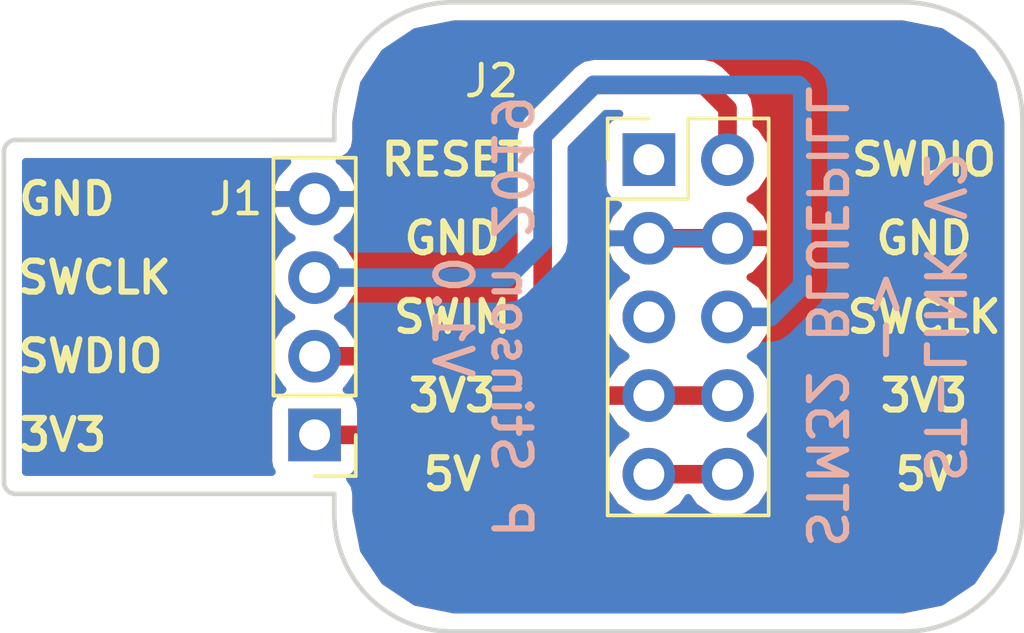
<source format=kicad_pcb>
(kicad_pcb (version 4) (host pcbnew 4.0.7)

  (general
    (links 7)
    (no_connects 0)
    (area 144.145 97.714999 177.240001 118.185001)
    (thickness 1.6)
    (drawings 36)
    (tracks 22)
    (zones 0)
    (modules 2)
    (nets 8)
  )

  (page A4)
  (layers
    (0 F.Cu signal)
    (31 B.Cu signal)
    (32 B.Adhes user)
    (33 F.Adhes user)
    (34 B.Paste user)
    (35 F.Paste user)
    (36 B.SilkS user)
    (37 F.SilkS user hide)
    (38 B.Mask user)
    (39 F.Mask user)
    (40 Dwgs.User user)
    (41 Cmts.User user)
    (42 Eco1.User user)
    (43 Eco2.User user)
    (44 Edge.Cuts user)
    (45 Margin user)
    (46 B.CrtYd user)
    (47 F.CrtYd user)
    (48 B.Fab user)
    (49 F.Fab user)
  )

  (setup
    (last_trace_width 0.25)
    (user_trace_width 0.6)
    (trace_clearance 0.2)
    (zone_clearance 0.508)
    (zone_45_only no)
    (trace_min 0.2)
    (segment_width 0.2)
    (edge_width 0.15)
    (via_size 0.6)
    (via_drill 0.4)
    (via_min_size 0.4)
    (via_min_drill 0.3)
    (uvia_size 0.3)
    (uvia_drill 0.1)
    (uvias_allowed no)
    (uvia_min_size 0.2)
    (uvia_min_drill 0.1)
    (pcb_text_width 0.3)
    (pcb_text_size 1.5 1.5)
    (mod_edge_width 0.15)
    (mod_text_size 1 1)
    (mod_text_width 0.15)
    (pad_size 1.524 1.524)
    (pad_drill 0.762)
    (pad_to_mask_clearance 0.2)
    (aux_axis_origin 0 0)
    (visible_elements 7FFFFF7F)
    (pcbplotparams
      (layerselection 0x010f0_80000001)
      (usegerberextensions true)
      (excludeedgelayer true)
      (linewidth 0.100000)
      (plotframeref false)
      (viasonmask false)
      (mode 1)
      (useauxorigin false)
      (hpglpennumber 1)
      (hpglpenspeed 20)
      (hpglpendiameter 15)
      (hpglpenoverlay 2)
      (psnegative false)
      (psa4output false)
      (plotreference true)
      (plotvalue false)
      (plotinvisibletext false)
      (padsonsilk false)
      (subtractmaskfromsilk false)
      (outputformat 1)
      (mirror false)
      (drillshape 0)
      (scaleselection 1)
      (outputdirectory gerbers/))
  )

  (net 0 "")
  (net 1 /3V3)
  (net 2 /SWDIO)
  (net 3 /SWCLK)
  (net 4 GND)
  (net 5 /RST)
  (net 6 /SWIM)
  (net 7 /5V)

  (net_class Default "This is the default net class."
    (clearance 0.2)
    (trace_width 0.25)
    (via_dia 0.6)
    (via_drill 0.4)
    (uvia_dia 0.3)
    (uvia_drill 0.1)
    (add_net /3V3)
    (add_net /5V)
    (add_net /RST)
    (add_net /SWCLK)
    (add_net /SWDIO)
    (add_net /SWIM)
    (add_net GND)
  )

  (module Pin_Headers:Pin_Header_Straight_1x04_Pitch2.54mm (layer F.Cu) (tedit 5D308981) (tstamp 5D307CED)
    (at 154.305 111.76 180)
    (descr "Through hole straight pin header, 1x04, 2.54mm pitch, single row")
    (tags "Through hole pin header THT 1x04 2.54mm single row")
    (path /5D307B09)
    (fp_text reference J1 (at 2.54 7.62 180) (layer F.SilkS)
      (effects (font (size 1 1) (thickness 0.15)))
    )
    (fp_text value Conn_01x04 (at 0 9.95 180) (layer F.Fab) hide
      (effects (font (size 1 1) (thickness 0.15)))
    )
    (fp_line (start -0.635 -1.27) (end 1.27 -1.27) (layer F.Fab) (width 0.1))
    (fp_line (start 1.27 -1.27) (end 1.27 8.89) (layer F.Fab) (width 0.1))
    (fp_line (start 1.27 8.89) (end -1.27 8.89) (layer F.Fab) (width 0.1))
    (fp_line (start -1.27 8.89) (end -1.27 -0.635) (layer F.Fab) (width 0.1))
    (fp_line (start -1.27 -0.635) (end -0.635 -1.27) (layer F.Fab) (width 0.1))
    (fp_line (start -1.33 8.95) (end 1.33 8.95) (layer F.SilkS) (width 0.12))
    (fp_line (start -1.33 1.27) (end -1.33 8.95) (layer F.SilkS) (width 0.12))
    (fp_line (start 1.33 1.27) (end 1.33 8.95) (layer F.SilkS) (width 0.12))
    (fp_line (start -1.33 1.27) (end 1.33 1.27) (layer F.SilkS) (width 0.12))
    (fp_line (start -1.33 0) (end -1.33 -1.33) (layer F.SilkS) (width 0.12))
    (fp_line (start -1.33 -1.33) (end 0 -1.33) (layer F.SilkS) (width 0.12))
    (fp_line (start -1.8 -1.8) (end -1.8 9.4) (layer F.CrtYd) (width 0.05))
    (fp_line (start -1.8 9.4) (end 1.8 9.4) (layer F.CrtYd) (width 0.05))
    (fp_line (start 1.8 9.4) (end 1.8 -1.8) (layer F.CrtYd) (width 0.05))
    (fp_line (start 1.8 -1.8) (end -1.8 -1.8) (layer F.CrtYd) (width 0.05))
    (fp_text user %R (at 0 3.81 270) (layer F.Fab)
      (effects (font (size 1 1) (thickness 0.15)))
    )
    (pad 1 thru_hole rect (at 0 0 180) (size 1.7 1.7) (drill 1) (layers *.Cu *.Mask)
      (net 1 /3V3))
    (pad 2 thru_hole oval (at 0 2.54 180) (size 1.7 1.7) (drill 1) (layers *.Cu *.Mask)
      (net 2 /SWDIO))
    (pad 3 thru_hole oval (at 0 5.08 180) (size 1.7 1.7) (drill 1) (layers *.Cu *.Mask)
      (net 3 /SWCLK))
    (pad 4 thru_hole oval (at 0 7.62 180) (size 1.7 1.7) (drill 1) (layers *.Cu *.Mask)
      (net 4 GND))
    (model "C:/Users/Paul/Documents/KiCad PCBs/STM32_Bluepill_Adaptor/3D/SSW-104-02-T-S-RA.wrl"
      (at (xyz 0.06 -0.15 -0.115))
      (scale (xyz 10 10 10))
      (rotate (xyz 0 0 90))
    )
  )

  (module Pin_Headers:Pin_Header_Straight_2x05_Pitch2.54mm (layer F.Cu) (tedit 5D30896F) (tstamp 5D307CFB)
    (at 165.1 102.87)
    (descr "Through hole straight pin header, 2x05, 2.54mm pitch, double rows")
    (tags "Through hole pin header THT 2x05 2.54mm double row")
    (path /5D307AC4)
    (fp_text reference J2 (at -5.08 -2.54) (layer F.SilkS)
      (effects (font (size 1 1) (thickness 0.15)))
    )
    (fp_text value Conn_02x05_Odd_Even (at 1.27 12.49) (layer F.Fab) hide
      (effects (font (size 1 1) (thickness 0.15)))
    )
    (fp_line (start 0 -1.27) (end 3.81 -1.27) (layer F.Fab) (width 0.1))
    (fp_line (start 3.81 -1.27) (end 3.81 11.43) (layer F.Fab) (width 0.1))
    (fp_line (start 3.81 11.43) (end -1.27 11.43) (layer F.Fab) (width 0.1))
    (fp_line (start -1.27 11.43) (end -1.27 0) (layer F.Fab) (width 0.1))
    (fp_line (start -1.27 0) (end 0 -1.27) (layer F.Fab) (width 0.1))
    (fp_line (start -1.33 11.49) (end 3.87 11.49) (layer F.SilkS) (width 0.12))
    (fp_line (start -1.33 1.27) (end -1.33 11.49) (layer F.SilkS) (width 0.12))
    (fp_line (start 3.87 -1.33) (end 3.87 11.49) (layer F.SilkS) (width 0.12))
    (fp_line (start -1.33 1.27) (end 1.27 1.27) (layer F.SilkS) (width 0.12))
    (fp_line (start 1.27 1.27) (end 1.27 -1.33) (layer F.SilkS) (width 0.12))
    (fp_line (start 1.27 -1.33) (end 3.87 -1.33) (layer F.SilkS) (width 0.12))
    (fp_line (start -1.33 0) (end -1.33 -1.33) (layer F.SilkS) (width 0.12))
    (fp_line (start -1.33 -1.33) (end 0 -1.33) (layer F.SilkS) (width 0.12))
    (fp_line (start -1.8 -1.8) (end -1.8 11.95) (layer F.CrtYd) (width 0.05))
    (fp_line (start -1.8 11.95) (end 4.35 11.95) (layer F.CrtYd) (width 0.05))
    (fp_line (start 4.35 11.95) (end 4.35 -1.8) (layer F.CrtYd) (width 0.05))
    (fp_line (start 4.35 -1.8) (end -1.8 -1.8) (layer F.CrtYd) (width 0.05))
    (fp_text user %R (at 1.27 5.08 90) (layer F.Fab)
      (effects (font (size 1 1) (thickness 0.15)))
    )
    (pad 1 thru_hole rect (at 0 0) (size 1.7 1.7) (drill 1) (layers *.Cu *.Mask)
      (net 5 /RST))
    (pad 2 thru_hole oval (at 2.54 0) (size 1.7 1.7) (drill 1) (layers *.Cu *.Mask)
      (net 2 /SWDIO))
    (pad 3 thru_hole oval (at 0 2.54) (size 1.7 1.7) (drill 1) (layers *.Cu *.Mask)
      (net 4 GND))
    (pad 4 thru_hole oval (at 2.54 2.54) (size 1.7 1.7) (drill 1) (layers *.Cu *.Mask)
      (net 4 GND))
    (pad 5 thru_hole oval (at 0 5.08) (size 1.7 1.7) (drill 1) (layers *.Cu *.Mask)
      (net 6 /SWIM))
    (pad 6 thru_hole oval (at 2.54 5.08) (size 1.7 1.7) (drill 1) (layers *.Cu *.Mask)
      (net 3 /SWCLK))
    (pad 7 thru_hole oval (at 0 7.62) (size 1.7 1.7) (drill 1) (layers *.Cu *.Mask)
      (net 1 /3V3))
    (pad 8 thru_hole oval (at 2.54 7.62) (size 1.7 1.7) (drill 1) (layers *.Cu *.Mask)
      (net 1 /3V3))
    (pad 9 thru_hole oval (at 0 10.16) (size 1.7 1.7) (drill 1) (layers *.Cu *.Mask)
      (net 7 /5V))
    (pad 10 thru_hole oval (at 2.54 10.16) (size 1.7 1.7) (drill 1) (layers *.Cu *.Mask)
      (net 7 /5V))
    (model "C:/Users/Paul/Documents/KiCad PCBs/STM32_Bluepill_Adaptor/3D/Shrouded_10pos_Header.wrl"
      (at (xyz 0.055 -0.2 0.128))
      (scale (xyz 0.393701 0.393701 0.393701))
      (rotate (xyz 0 0 90))
    )
  )

  (gr_text V1.0 (at 158.75 107.95 270) (layer B.SilkS)
    (effects (font (size 1.2 1.2) (thickness 0.2)) (justify mirror))
  )
  (gr_text "P Stinson 2019" (at 160.655 107.95 270) (layer B.SilkS)
    (effects (font (size 1.2 1.2) (thickness 0.2)) (justify mirror))
  )
  (gr_text "STM32 BLUEPILL" (at 170.815 107.95 270) (layer B.SilkS)
    (effects (font (size 1.2 1.2) (thickness 0.2)) (justify mirror))
  )
  (gr_text -> (at 172.847 107.95 270) (layer B.SilkS)
    (effects (font (size 1.2 1.2) (thickness 0.2)) (justify mirror))
  )
  (gr_text "ST-LINK V2" (at 174.625 107.95 270) (layer B.SilkS)
    (effects (font (size 1.2 1.2) (thickness 0.2)) (justify mirror))
  )
  (gr_line (start 144.653 113.665) (end 154.94 113.665) (angle 90) (layer Edge.Cuts) (width 0.15))
  (gr_arc (start 144.653 113.284) (end 144.653 113.665) (angle 90) (layer Edge.Cuts) (width 0.15))
  (gr_line (start 144.272 102.616) (end 144.272 113.284) (angle 90) (layer Edge.Cuts) (width 0.15))
  (gr_line (start 154.94 102.235) (end 144.653 102.235) (angle 90) (layer Edge.Cuts) (width 0.15))
  (gr_arc (start 144.653 102.616) (end 144.272 102.616) (angle 90) (layer Edge.Cuts) (width 0.15))
  (gr_line (start 154.94 113.665) (end 154.94 114.3) (angle 90) (layer Edge.Cuts) (width 0.15))
  (gr_line (start 154.94 102.235) (end 154.94 101.6) (angle 90) (layer Edge.Cuts) (width 0.15))
  (gr_line (start 144.272 113.284) (end 154.305 113.284) (angle 90) (layer F.Fab) (width 0.2))
  (gr_line (start 158.75 97.79) (end 173.355 97.79) (angle 90) (layer Edge.Cuts) (width 0.15))
  (gr_line (start 158.75 118.11) (end 173.355 118.11) (angle 90) (layer Edge.Cuts) (width 0.15))
  (gr_line (start 177.165 101.6) (end 177.165 114.3) (angle 90) (layer Edge.Cuts) (width 0.15))
  (gr_arc (start 173.355 114.3) (end 177.165 114.3) (angle 90) (layer Edge.Cuts) (width 0.15))
  (gr_arc (start 173.355 101.6) (end 173.355 97.79) (angle 90) (layer Edge.Cuts) (width 0.15))
  (gr_arc (start 158.75 114.3) (end 158.75 118.11) (angle 90) (layer Edge.Cuts) (width 0.15))
  (gr_arc (start 158.75 101.6) (end 154.94 101.6) (angle 90) (layer Edge.Cuts) (width 0.15))
  (gr_text 3V3 (at 146.177 111.76) (layer F.SilkS)
    (effects (font (size 1 1) (thickness 0.2)))
  )
  (gr_text SWDIO (at 147.066 109.22) (layer F.SilkS)
    (effects (font (size 1 1) (thickness 0.2)))
  )
  (gr_text SWCLK (at 147.193 106.68) (layer F.SilkS)
    (effects (font (size 1 1) (thickness 0.2)))
  )
  (gr_text GND (at 146.304 104.14) (layer F.SilkS)
    (effects (font (size 1 1) (thickness 0.2)))
  )
  (gr_text RESET (at 158.75 102.87) (layer F.SilkS)
    (effects (font (size 1 1) (thickness 0.2)))
  )
  (gr_text GND (at 158.75 105.41) (layer F.SilkS)
    (effects (font (size 1 1) (thickness 0.2)))
  )
  (gr_text 5V (at 158.75 113.03) (layer F.SilkS)
    (effects (font (size 1 1) (thickness 0.2)))
  )
  (gr_text 3V3 (at 158.75 110.49) (layer F.SilkS)
    (effects (font (size 1 1) (thickness 0.2)))
  )
  (gr_text SWIM (at 158.75 107.95) (layer F.SilkS)
    (effects (font (size 1 1) (thickness 0.2)))
  )
  (gr_text 5V (at 173.99 113.03) (layer F.SilkS)
    (effects (font (size 1 1) (thickness 0.2)))
  )
  (gr_text 3V3 (at 173.99 110.49) (layer F.SilkS)
    (effects (font (size 1 1) (thickness 0.2)))
  )
  (gr_text GND (at 173.99 105.41) (layer F.SilkS)
    (effects (font (size 1 1) (thickness 0.2)))
  )
  (gr_text SWCLK (at 173.99 107.95) (layer F.SilkS)
    (effects (font (size 1 1) (thickness 0.2)))
  )
  (gr_text SWDIO (at 173.99 102.87) (layer F.SilkS)
    (effects (font (size 1 1) (thickness 0.2)))
  )
  (gr_line (start 144.272 102.616) (end 144.272 113.284) (angle 90) (layer F.Fab) (width 0.2))
  (gr_line (start 154.305 102.616) (end 144.272 102.616) (angle 90) (layer F.Fab) (width 0.2))

  (segment (start 154.305 111.76) (end 161.671 111.76) (width 0.6) (layer F.Cu) (net 1))
  (segment (start 162.941 110.49) (end 165.1 110.49) (width 0.6) (layer F.Cu) (net 1) (tstamp 5D308BDD))
  (segment (start 161.671 111.76) (end 162.941 110.49) (width 0.6) (layer F.Cu) (net 1) (tstamp 5D308BDB))
  (segment (start 167.64 110.49) (end 165.1 110.49) (width 0.6) (layer F.Cu) (net 1))
  (segment (start 167.64 102.87) (end 167.64 101.219) (width 0.6) (layer F.Cu) (net 2))
  (segment (start 160.655 109.22) (end 154.305 109.22) (width 0.6) (layer F.Cu) (net 2) (tstamp 5D308BF4))
  (segment (start 161.671 108.204) (end 160.655 109.22) (width 0.6) (layer F.Cu) (net 2) (tstamp 5D308BF1))
  (segment (start 161.671 102.108) (end 161.671 108.204) (width 0.6) (layer F.Cu) (net 2) (tstamp 5D308BE9))
  (segment (start 163.322 100.457) (end 161.671 102.108) (width 0.6) (layer F.Cu) (net 2) (tstamp 5D308BE7))
  (segment (start 166.878 100.457) (end 163.322 100.457) (width 0.6) (layer F.Cu) (net 2) (tstamp 5D308BE6))
  (segment (start 167.64 101.219) (end 166.878 100.457) (width 0.6) (layer F.Cu) (net 2) (tstamp 5D308BE4))
  (segment (start 167.64 107.95) (end 169.037 107.95) (width 0.6) (layer B.Cu) (net 3))
  (segment (start 160.528 106.68) (end 154.305 106.68) (width 0.6) (layer B.Cu) (net 3) (tstamp 5D308C20))
  (segment (start 161.671 105.537) (end 160.528 106.68) (width 0.6) (layer B.Cu) (net 3) (tstamp 5D308C13))
  (segment (start 161.671 102.108) (end 161.671 105.537) (width 0.6) (layer B.Cu) (net 3) (tstamp 5D308C0C))
  (segment (start 163.322 100.457) (end 161.671 102.108) (width 0.6) (layer B.Cu) (net 3) (tstamp 5D308C0A))
  (segment (start 169.926 100.457) (end 163.322 100.457) (width 0.6) (layer B.Cu) (net 3) (tstamp 5D308C05))
  (segment (start 170.053 100.584) (end 169.926 100.457) (width 0.6) (layer B.Cu) (net 3) (tstamp 5D308C04))
  (segment (start 170.053 106.934) (end 170.053 100.584) (width 0.6) (layer B.Cu) (net 3) (tstamp 5D308C03))
  (segment (start 169.037 107.95) (end 170.053 106.934) (width 0.6) (layer B.Cu) (net 3) (tstamp 5D308C02))
  (segment (start 165.1 105.41) (end 167.64 105.41) (width 0.6) (layer F.Cu) (net 4))
  (segment (start 167.64 113.03) (end 165.1 113.03) (width 0.6) (layer F.Cu) (net 7))

  (zone (net 4) (net_name GND) (layer F.Cu) (tstamp 5D308C82) (hatch edge 0.508)
    (connect_pads (clearance 0.508))
    (min_thickness 0.254)
    (fill yes (arc_segments 16) (thermal_gap 0.508) (thermal_bridge_width 0.508))
    (polygon
      (pts
        (xy 177.165 118.11) (xy 144.145 118.11) (xy 144.145 97.79) (xy 177.165 97.79)
      )
    )
    (filled_polygon
      (pts
        (xy 174.535995 98.748824) (xy 175.537196 99.417804) (xy 176.206175 100.419005) (xy 176.455 101.669931) (xy 176.455 114.230069)
        (xy 176.206175 115.480995) (xy 175.537196 116.482196) (xy 174.535995 117.151176) (xy 173.285069 117.4) (xy 158.819931 117.4)
        (xy 157.569005 117.151175) (xy 156.567804 116.482196) (xy 155.898824 115.480995) (xy 155.65 114.230069) (xy 155.65 113.665)
        (xy 155.595954 113.393295) (xy 155.449953 113.174787) (xy 155.606441 113.07409) (xy 155.751431 112.86189) (xy 155.785227 112.695)
        (xy 161.671 112.695) (xy 162.028809 112.623827) (xy 162.332145 112.421145) (xy 163.32829 111.425) (xy 163.943977 111.425)
        (xy 164.020853 111.540054) (xy 164.350026 111.76) (xy 164.020853 111.979946) (xy 163.698946 112.461715) (xy 163.585907 113.03)
        (xy 163.698946 113.598285) (xy 164.020853 114.080054) (xy 164.502622 114.401961) (xy 165.070907 114.515) (xy 165.129093 114.515)
        (xy 165.697378 114.401961) (xy 166.179147 114.080054) (xy 166.256023 113.965) (xy 166.483977 113.965) (xy 166.560853 114.080054)
        (xy 167.042622 114.401961) (xy 167.610907 114.515) (xy 167.669093 114.515) (xy 168.237378 114.401961) (xy 168.719147 114.080054)
        (xy 169.041054 113.598285) (xy 169.154093 113.03) (xy 169.041054 112.461715) (xy 168.719147 111.979946) (xy 168.389974 111.76)
        (xy 168.719147 111.540054) (xy 169.041054 111.058285) (xy 169.154093 110.49) (xy 169.041054 109.921715) (xy 168.719147 109.439946)
        (xy 168.389974 109.22) (xy 168.719147 109.000054) (xy 169.041054 108.518285) (xy 169.154093 107.95) (xy 169.041054 107.381715)
        (xy 168.719147 106.899946) (xy 168.378447 106.672298) (xy 168.521358 106.605183) (xy 168.911645 106.176924) (xy 169.081476 105.76689)
        (xy 168.960155 105.537) (xy 167.767 105.537) (xy 167.767 105.557) (xy 167.513 105.557) (xy 167.513 105.537)
        (xy 165.227 105.537) (xy 165.227 105.557) (xy 164.973 105.557) (xy 164.973 105.537) (xy 163.779845 105.537)
        (xy 163.658524 105.76689) (xy 163.828355 106.176924) (xy 164.218642 106.605183) (xy 164.361553 106.672298) (xy 164.020853 106.899946)
        (xy 163.698946 107.381715) (xy 163.585907 107.95) (xy 163.698946 108.518285) (xy 164.020853 109.000054) (xy 164.350026 109.22)
        (xy 164.020853 109.439946) (xy 163.943977 109.555) (xy 162.941 109.555) (xy 162.583191 109.626173) (xy 162.279855 109.828855)
        (xy 161.28371 110.825) (xy 155.786446 110.825) (xy 155.758162 110.674683) (xy 155.61909 110.458559) (xy 155.40689 110.313569)
        (xy 155.339459 110.299914) (xy 155.384147 110.270054) (xy 155.461023 110.155) (xy 160.655 110.155) (xy 161.012809 110.083827)
        (xy 161.316145 109.881145) (xy 162.332145 108.865145) (xy 162.534827 108.561809) (xy 162.606 108.204) (xy 162.606 102.49529)
        (xy 163.70929 101.392) (xy 164.146685 101.392) (xy 164.014683 101.416838) (xy 163.798559 101.55591) (xy 163.653569 101.76811)
        (xy 163.60256 102.02) (xy 163.60256 103.72) (xy 163.646838 103.955317) (xy 163.78591 104.171441) (xy 163.99811 104.316431)
        (xy 164.106107 104.338301) (xy 163.828355 104.643076) (xy 163.658524 105.05311) (xy 163.779845 105.283) (xy 164.973 105.283)
        (xy 164.973 105.263) (xy 165.227 105.263) (xy 165.227 105.283) (xy 167.513 105.283) (xy 167.513 105.263)
        (xy 167.767 105.263) (xy 167.767 105.283) (xy 168.960155 105.283) (xy 169.081476 105.05311) (xy 168.911645 104.643076)
        (xy 168.521358 104.214817) (xy 168.378447 104.147702) (xy 168.719147 103.920054) (xy 169.041054 103.438285) (xy 169.154093 102.87)
        (xy 169.041054 102.301715) (xy 168.719147 101.819946) (xy 168.575 101.72363) (xy 168.575 101.219) (xy 168.503827 100.861191)
        (xy 168.301145 100.557855) (xy 167.539145 99.795855) (xy 167.235809 99.593173) (xy 166.878 99.522) (xy 163.322005 99.522)
        (xy 163.322 99.521999) (xy 163.023556 99.581364) (xy 162.964191 99.593173) (xy 162.733192 99.747521) (xy 162.660855 99.795855)
        (xy 161.009855 101.446855) (xy 160.807173 101.750191) (xy 160.736 102.108) (xy 160.736 107.81671) (xy 160.26771 108.285)
        (xy 155.461023 108.285) (xy 155.384147 108.169946) (xy 155.054974 107.95) (xy 155.384147 107.730054) (xy 155.706054 107.248285)
        (xy 155.819093 106.68) (xy 155.706054 106.111715) (xy 155.384147 105.629946) (xy 155.043447 105.402298) (xy 155.186358 105.335183)
        (xy 155.576645 104.906924) (xy 155.746476 104.49689) (xy 155.625155 104.267) (xy 154.432 104.267) (xy 154.432 104.287)
        (xy 154.178 104.287) (xy 154.178 104.267) (xy 152.984845 104.267) (xy 152.863524 104.49689) (xy 153.033355 104.906924)
        (xy 153.423642 105.335183) (xy 153.566553 105.402298) (xy 153.225853 105.629946) (xy 152.903946 106.111715) (xy 152.790907 106.68)
        (xy 152.903946 107.248285) (xy 153.225853 107.730054) (xy 153.555026 107.95) (xy 153.225853 108.169946) (xy 152.903946 108.651715)
        (xy 152.790907 109.22) (xy 152.903946 109.788285) (xy 153.225853 110.270054) (xy 153.267452 110.29785) (xy 153.219683 110.306838)
        (xy 153.003559 110.44591) (xy 152.858569 110.65811) (xy 152.80756 110.91) (xy 152.80756 112.61) (xy 152.851838 112.845317)
        (xy 152.922417 112.955) (xy 144.982 112.955) (xy 144.982 102.945) (xy 153.423475 102.945) (xy 153.033355 103.373076)
        (xy 152.863524 103.78311) (xy 152.984845 104.013) (xy 154.178 104.013) (xy 154.178 103.993) (xy 154.432 103.993)
        (xy 154.432 104.013) (xy 155.625155 104.013) (xy 155.746476 103.78311) (xy 155.576645 103.373076) (xy 155.186358 102.944817)
        (xy 155.113332 102.910522) (xy 155.211705 102.890954) (xy 155.442046 102.737046) (xy 155.595954 102.506705) (xy 155.65 102.235)
        (xy 155.65 101.669931) (xy 155.898824 100.419005) (xy 156.567804 99.417804) (xy 157.569005 98.748825) (xy 158.819931 98.5)
        (xy 173.285069 98.5)
      )
    )
  )
  (zone (net 4) (net_name GND) (layer B.Cu) (tstamp 5D308CA8) (hatch edge 0.508)
    (connect_pads (clearance 0.508))
    (min_thickness 0.254)
    (fill yes (arc_segments 16) (thermal_gap 0.508) (thermal_bridge_width 0.508))
    (polygon
      (pts
        (xy 177.165 118.11) (xy 144.145 118.11) (xy 144.145 97.79) (xy 177.165 97.79)
      )
    )
    (filled_polygon
      (pts
        (xy 174.535995 98.748824) (xy 175.537196 99.417804) (xy 176.206175 100.419005) (xy 176.455 101.669931) (xy 176.455 114.230069)
        (xy 176.206175 115.480995) (xy 175.537196 116.482196) (xy 174.535995 117.151176) (xy 173.285069 117.4) (xy 158.819931 117.4)
        (xy 157.569005 117.151175) (xy 156.567804 116.482196) (xy 155.898824 115.480995) (xy 155.65 114.230069) (xy 155.65 113.665)
        (xy 155.595954 113.393295) (xy 155.449953 113.174787) (xy 155.606441 113.07409) (xy 155.751431 112.86189) (xy 155.80244 112.61)
        (xy 155.80244 110.91) (xy 155.758162 110.674683) (xy 155.61909 110.458559) (xy 155.40689 110.313569) (xy 155.339459 110.299914)
        (xy 155.384147 110.270054) (xy 155.706054 109.788285) (xy 155.819093 109.22) (xy 155.706054 108.651715) (xy 155.384147 108.169946)
        (xy 155.054974 107.95) (xy 155.384147 107.730054) (xy 155.461023 107.615) (xy 160.528 107.615) (xy 160.885809 107.543827)
        (xy 161.189145 107.341145) (xy 162.332145 106.198145) (xy 162.534827 105.894809) (xy 162.606 105.537) (xy 162.606 102.49529)
        (xy 163.70929 101.392) (xy 164.146685 101.392) (xy 164.014683 101.416838) (xy 163.798559 101.55591) (xy 163.653569 101.76811)
        (xy 163.60256 102.02) (xy 163.60256 103.72) (xy 163.646838 103.955317) (xy 163.78591 104.171441) (xy 163.99811 104.316431)
        (xy 164.106107 104.338301) (xy 163.828355 104.643076) (xy 163.658524 105.05311) (xy 163.779845 105.283) (xy 164.973 105.283)
        (xy 164.973 105.263) (xy 165.227 105.263) (xy 165.227 105.283) (xy 167.513 105.283) (xy 167.513 105.263)
        (xy 167.767 105.263) (xy 167.767 105.283) (xy 167.787 105.283) (xy 167.787 105.537) (xy 167.767 105.537)
        (xy 167.767 105.557) (xy 167.513 105.557) (xy 167.513 105.537) (xy 165.227 105.537) (xy 165.227 105.557)
        (xy 164.973 105.557) (xy 164.973 105.537) (xy 163.779845 105.537) (xy 163.658524 105.76689) (xy 163.828355 106.176924)
        (xy 164.218642 106.605183) (xy 164.361553 106.672298) (xy 164.020853 106.899946) (xy 163.698946 107.381715) (xy 163.585907 107.95)
        (xy 163.698946 108.518285) (xy 164.020853 109.000054) (xy 164.350026 109.22) (xy 164.020853 109.439946) (xy 163.698946 109.921715)
        (xy 163.585907 110.49) (xy 163.698946 111.058285) (xy 164.020853 111.540054) (xy 164.350026 111.76) (xy 164.020853 111.979946)
        (xy 163.698946 112.461715) (xy 163.585907 113.03) (xy 163.698946 113.598285) (xy 164.020853 114.080054) (xy 164.502622 114.401961)
        (xy 165.070907 114.515) (xy 165.129093 114.515) (xy 165.697378 114.401961) (xy 166.179147 114.080054) (xy 166.37 113.794422)
        (xy 166.560853 114.080054) (xy 167.042622 114.401961) (xy 167.610907 114.515) (xy 167.669093 114.515) (xy 168.237378 114.401961)
        (xy 168.719147 114.080054) (xy 169.041054 113.598285) (xy 169.154093 113.03) (xy 169.041054 112.461715) (xy 168.719147 111.979946)
        (xy 168.389974 111.76) (xy 168.719147 111.540054) (xy 169.041054 111.058285) (xy 169.154093 110.49) (xy 169.041054 109.921715)
        (xy 168.719147 109.439946) (xy 168.389974 109.22) (xy 168.719147 109.000054) (xy 168.796023 108.885) (xy 169.037 108.885)
        (xy 169.394809 108.813827) (xy 169.698145 108.611145) (xy 170.714145 107.595145) (xy 170.916827 107.291809) (xy 170.988 106.934)
        (xy 170.988 100.584) (xy 170.916827 100.226191) (xy 170.714145 99.922855) (xy 170.587145 99.795855) (xy 170.283809 99.593173)
        (xy 169.926 99.522) (xy 163.322005 99.522) (xy 163.322 99.521999) (xy 163.023556 99.581364) (xy 162.964191 99.593173)
        (xy 162.733192 99.747521) (xy 162.660855 99.795855) (xy 161.009855 101.446855) (xy 160.807173 101.750191) (xy 160.736 102.108)
        (xy 160.736 105.14971) (xy 160.14071 105.745) (xy 155.461023 105.745) (xy 155.384147 105.629946) (xy 155.043447 105.402298)
        (xy 155.186358 105.335183) (xy 155.576645 104.906924) (xy 155.746476 104.49689) (xy 155.625155 104.267) (xy 154.432 104.267)
        (xy 154.432 104.287) (xy 154.178 104.287) (xy 154.178 104.267) (xy 152.984845 104.267) (xy 152.863524 104.49689)
        (xy 153.033355 104.906924) (xy 153.423642 105.335183) (xy 153.566553 105.402298) (xy 153.225853 105.629946) (xy 152.903946 106.111715)
        (xy 152.790907 106.68) (xy 152.903946 107.248285) (xy 153.225853 107.730054) (xy 153.555026 107.95) (xy 153.225853 108.169946)
        (xy 152.903946 108.651715) (xy 152.790907 109.22) (xy 152.903946 109.788285) (xy 153.225853 110.270054) (xy 153.267452 110.29785)
        (xy 153.219683 110.306838) (xy 153.003559 110.44591) (xy 152.858569 110.65811) (xy 152.80756 110.91) (xy 152.80756 112.61)
        (xy 152.851838 112.845317) (xy 152.922417 112.955) (xy 144.982 112.955) (xy 144.982 102.945) (xy 153.423475 102.945)
        (xy 153.033355 103.373076) (xy 152.863524 103.78311) (xy 152.984845 104.013) (xy 154.178 104.013) (xy 154.178 103.993)
        (xy 154.432 103.993) (xy 154.432 104.013) (xy 155.625155 104.013) (xy 155.746476 103.78311) (xy 155.576645 103.373076)
        (xy 155.186358 102.944817) (xy 155.113332 102.910522) (xy 155.211705 102.890954) (xy 155.442046 102.737046) (xy 155.595954 102.506705)
        (xy 155.65 102.235) (xy 155.65 101.669931) (xy 155.898824 100.419005) (xy 156.567804 99.417804) (xy 157.569005 98.748825)
        (xy 158.819931 98.5) (xy 173.285069 98.5)
      )
    )
  )
)

</source>
